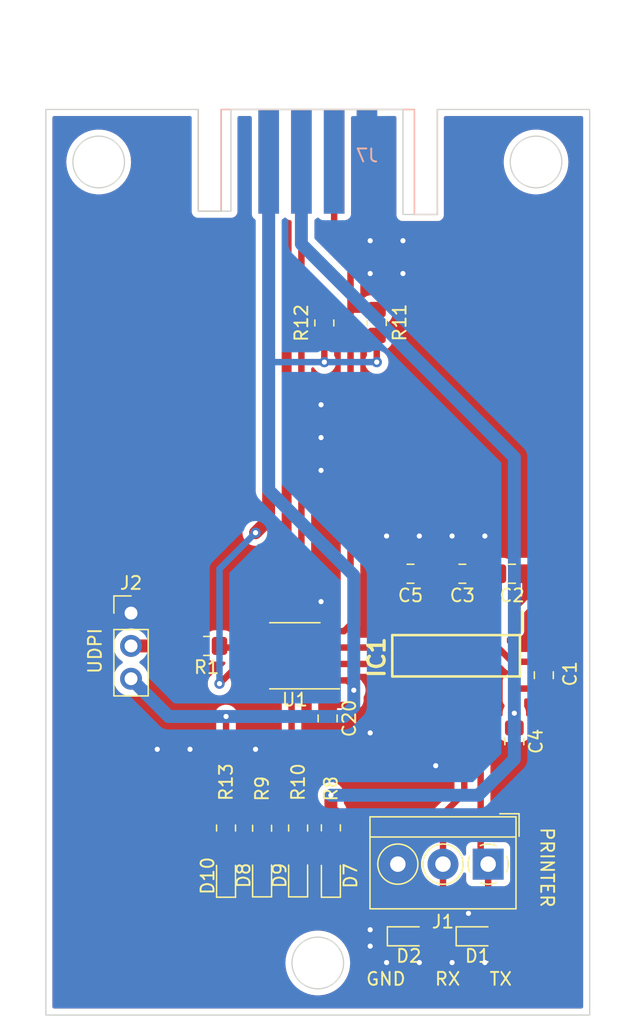
<source format=kicad_pcb>
(kicad_pcb (version 20211014) (generator pcbnew)
  (layers (0 "F.Cu" signal) (31 "B.Cu" signal) (34 "B.Paste" user) (35 "F.Paste" user) (36 "B.SilkS" user "B.Silkscreen") (37 "F.SilkS" user "F.Silkscreen") (38 "B.Mask" user) (39 "F.Mask" user) (44 "Edge.Cuts" user))
  (net 0 "")
  (net 1 "GND")
  (net 2 "+3V3")
  (net 3 "Net-(C1-Pad2)")
  (net 4 "Net-(C2-Pad1)")
  (net 5 "Net-(C2-Pad2)")
  (net 6 "Net-(C3-Pad1)")
  (net 7 "Net-(C3-Pad2)")
  (net 8 "Net-(D7-Pad2)")
  (net 9 "Net-(D8-Pad2)")
  (net 10 "Net-(D9-Pad2)")
  (net 11 "Net-(D10-Pad2)")
  (net 12 "Net-(C5-Pad1)")
  (net 13 "Net-(D1-Pad2)")
  (net 14 "Net-(D2-Pad2)")
  (net 15 "Net-(R9-Pad1)")
  (net 16 "Net-(R10-Pad1)")
  (net 18 "Net-(J2-Pad2)")
  (net 19 "Net-(J7-Pad8)")
  (net 20 "Net-(J7-Pad7)")
  (net 21 "Net-(J7-Pad6)")
  (net 22 "unconnected-(J7-Pad5)")
  (net 23 "Net-(R1-Pad1)")
  (net 27 "+5V")
  (footprint "Resistor_SMD:R_0805_2012Metric_Pad1.20x1.40mm_HandSolder" (layer "F.Cu") (at 23.622 55.626 -90)
    (fp_text reference "R10" (at -3.556 0 90) (layer "F.SilkS"))
    (fp_text value "2.2k")
    (fp_line (start -0.227064 0.735) (end 0.227064 0.735) (layer "F.SilkS") (width 0.12))
    (fp_line (start -0.227064 -0.735) (end 0.227064 -0.735) (layer "F.SilkS") (width 0.12))
    (pad "1" smd roundrect (at -1 0 270) (size 1.2 1.4) (layers "F.Cu" "F.Paste" "F.Mask") (roundrect_rratio 0.208333) (net 16 "Net-(R10-Pad1)"))
    (pad "2" smd roundrect (at 1 0 270) (size 1.2 1.4) (layers "F.Cu" "F.Paste" "F.Mask") (roundrect_rratio 0.208333) (net 10 "Net-(D9-Pad2)"))
  )
  (footprint "LED_SMD:LED_0603_1608Metric_Pad1.05x0.95mm_HandSolder" (layer "F.Cu") (at 23.622 59.295 90)
    (fp_text reference "D9" (at 0 -1.43 90) (layer "F.SilkS"))
    (fp_text value "TX")
    (fp_line (start -1.66 0.735) (end 0.8 0.735) (layer "F.SilkS") (width 0.12))
    (fp_line (start 0.8 -0.735) (end -1.66 -0.735) (layer "F.SilkS") (width 0.12))
    (fp_line (start -1.66 -0.735) (end -1.66 0.735) (layer "F.SilkS") (width 0.12))
    (pad "1" smd roundrect (at -0.875 0 90) (size 1.05 0.95) (layers "F.Cu" "F.Paste" "F.Mask") (net 1 "GND"))
    (pad "2" smd roundrect (at 0.875 0 90) (size 1.05 0.95) (layers "F.Cu" "F.Paste" "F.Mask") (net 10 "Net-(D9-Pad2)"))
  )
  (footprint "SP232ECN-L_TR:SOIC127P600X175-16N" (layer "F.Cu") (at 35.87 42.290988 -90)
    (fp_text reference "IC1" (at 0.127012 6.152 90) (layer "F.SilkS") (effects (font (size 1.27 1.27) (thickness 0.254))))
    (fp_text value "SP232ECN-L_TR" hide)
    (fp_line (start 1.6 -4.95) (end 1.6 4.95) (layer "F.SilkS") (width 0.2))
    (fp_line (start -3.45 -5.12) (end -1.95 -5.12) (layer "F.SilkS") (width 0.2))
    (fp_line (start 1.6 4.95) (end -1.6 4.95) (layer "F.SilkS") (width 0.2))
    (fp_line (start -1.6 4.95) (end -1.6 -4.95) (layer "F.SilkS") (width 0.2))
    (fp_line (start -1.6 -4.95) (end 1.6 -4.95) (layer "F.SilkS") (width 0.2))
    (pad "1" smd rect (at -2.7 -4.445) (size 0.65 1.5) (layers "F.Cu" "F.Paste" "F.Mask") (net 4 "Net-(C2-Pad1)"))
    (pad "2" smd rect (at -2.7 -3.175) (size 0.65 1.5) (layers "F.Cu" "F.Paste" "F.Mask") (net 3 "Net-(C1-Pad2)"))
    (pad "3" smd rect (at -2.7 -1.905) (size 0.65 1.5) (layers "F.Cu" "F.Paste" "F.Mask") (net 5 "Net-(C2-Pad2)"))
    (pad "4" smd rect (at -2.7 -0.635) (size 0.65 1.5) (layers "F.Cu" "F.Paste" "F.Mask") (net 6 "Net-(C3-Pad1)"))
    (pad "5" smd rect (at -2.7 0.635) (size 0.65 1.5) (layers "F.Cu" "F.Paste" "F.Mask") (net 7 "Net-(C3-Pad2)"))
    (pad "6" smd rect (at -2.7 1.905) (size 0.65 1.5) (layers "F.Cu" "F.Paste" "F.Mask") (net 12 "Net-(C5-Pad1)"))
    (pad "7" smd rect (at -2.7 3.175) (size 0.65 1.5) (layers "F.Cu" "F.Paste" "F.Mask"))
    (pad "8" smd rect (at -2.7 4.445) (size 0.65 1.5) (layers "F.Cu" "F.Paste" "F.Mask"))
    (pad "9" smd rect (at 2.7 4.445) (size 0.65 1.5) (layers "F.Cu" "F.Paste" "F.Mask"))
    (pad "10" smd rect (at 2.7 3.175) (size 0.65 1.5) (layers "F.Cu" "F.Paste" "F.Mask"))
    (pad "11" smd rect (at 2.7 1.905) (size 0.65 1.5) (layers "F.Cu" "F.Paste" "F.Mask") (net 16 "Net-(R10-Pad1)"))
    (pad "12" smd rect (at 2.7 0.635) (size 0.65 1.5) (layers "F.Cu" "F.Paste" "F.Mask") (net 15 "Net-(R9-Pad1)"))
    (pad "13" smd rect (at 2.7 -0.635) (size 0.65 1.5) (layers "F.Cu" "F.Paste" "F.Mask") (net 14 "Net-(D2-Pad2)"))
    (pad "14" smd rect (at 2.7 -1.905) (size 0.65 1.5) (layers "F.Cu" "F.Paste" "F.Mask") (net 13 "Net-(D1-Pad2)"))
    (pad "15" smd rect (at 2.7 -3.175) (size 0.65 1.5) (layers "F.Cu" "F.Paste" "F.Mask") (net 1 "GND"))
    (pad "16" smd rect (at 2.7 -4.445) (size 0.65 1.5) (layers "F.Cu" "F.Paste" "F.Mask") (net 27 "+5V"))
  )
  (footprint "Capacitor_SMD:C_0805_2012Metric_Pad1.18x1.45mm_HandSolder" (layer "F.Cu") (at 40.386 48.916488 -90)
    (fp_text reference "C4" (at 0 -1.68 90) (layer "F.SilkS"))
    (fp_text value "0.1u")
    (fp_line (start -0.261252 0.735) (end 0.261252 0.735) (layer "F.SilkS") (width 0.12))
    (fp_line (start -0.261252 -0.735) (end 0.261252 -0.735) (layer "F.SilkS") (width 0.12))
    (pad "1" smd roundrect (at -1.0375 0 270) (size 1.175 1.45) (layers "F.Cu" "F.Paste" "F.Mask") (roundrect_rratio 0.212766) (net 27 "+5V"))
    (pad "2" smd roundrect (at 1.0375 0 270) (size 1.175 1.45) (layers "F.Cu" "F.Paste" "F.Mask") (roundrect_rratio 0.212766) (net 1 "GND"))
  )
  (footprint "LED_SMD:LED_0603_1608Metric_Pad1.05x0.95mm_HandSolder" (layer "F.Cu") (at 26.162 59.323 90)
    (fp_text reference "D7" (at 0 1.524 90) (layer "F.SilkS"))
    (fp_text value "LED_Small")
    (fp_line (start -1.66 0.735) (end 0.8 0.735) (layer "F.SilkS") (width 0.12))
    (fp_line (start 0.8 -0.735) (end -1.66 -0.735) (layer "F.SilkS") (width 0.12))
    (fp_line (start -1.66 -0.735) (end -1.66 0.735) (layer "F.SilkS") (width 0.12))
    (pad "1" smd roundrect (at -0.875 0 90) (size 1.05 0.95) (layers "F.Cu" "F.Paste" "F.Mask") (net 1 "GND"))
    (pad "2" smd roundrect (at 0.875 0 90) (size 1.05 0.95) (layers "F.Cu" "F.Paste" "F.Mask") (net 8 "Net-(D7-Pad2)"))
  )
  (footprint "Connector_PinHeader_2.54mm:PinHeader_1x03_P2.54mm_Vertical" (layer "F.Cu") (at 10.668 38.989)
    (fp_text reference "J2" (at 0 -2.33) (layer "F.SilkS"))
    (fp_text value "UPDI")
    (fp_line (start -1.33 0) (end -1.33 -1.33) (layer "F.SilkS") (width 0.12))
    (fp_line (start -1.33 1.27) (end 1.33 1.27) (layer "F.SilkS") (width 0.12))
    (fp_line (start -1.33 6.41) (end 1.33 6.41) (layer "F.SilkS") (width 0.12))
    (fp_line (start 1.33 1.27) (end 1.33 6.41) (layer "F.SilkS") (width 0.12))
    (fp_line (start -1.33 1.27) (end -1.33 6.41) (layer "F.SilkS") (width 0.12))
    (fp_line (start -1.33 -1.33) (end 0 -1.33) (layer "F.SilkS") (width 0.12))
    (pad "1" thru_hole rect (at 0 0) (size 1.7 1.7) (drill 1) (layers *.Cu *.Mask) (net 1 "GND"))
    (pad "2" thru_hole oval (at 0 2.54) (size 1.7 1.7) (drill 1) (layers *.Cu *.Mask) (net 18 "Net-(J2-Pad2)"))
    (pad "3" thru_hole oval (at 0 5.08) (size 1.7 1.7) (drill 1) (layers *.Cu *.Mask) (net 2 "+3V3"))
  )
  (footprint "Resistor_SMD:R_0805_2012Metric_Pad1.20x1.40mm_HandSolder" (layer "F.Cu") (at 29.718 16.494 90)
    (fp_text reference "R11" (at 0 1.778 90) (layer "F.SilkS"))
    (fp_text value "2.2k")
    (fp_line (start -0.227064 0.735) (end 0.227064 0.735) (layer "F.SilkS") (width 0.12))
    (fp_line (start -0.227064 -0.735) (end 0.227064 -0.735) (layer "F.SilkS") (width 0.12))
    (pad "1" smd roundrect (at -1 0 90) (size 1.2 1.4) (layers "F.Cu" "F.Paste" "F.Mask") (roundrect_rratio 0.208333) (net 2 "+3V3"))
    (pad "2" smd roundrect (at 1 0 90) (size 1.2 1.4) (layers "F.Cu" "F.Paste" "F.Mask") (roundrect_rratio 0.208333) (net 21 "Net-(J7-Pad6)"))
  )
  (footprint "Package_SO:SOIC-8_3.9x4.9mm_P1.27mm" (layer "F.Cu") (at 23.368 42.291 180)
    (fp_text reference "U1" (at 0 -3.4) (layer "F.SilkS"))
    (fp_text value "ATtiny402-SS")
    (fp_line (start 0 -2.56) (end -3.45 -2.56) (layer "F.SilkS") (width 0.12))
    (fp_line (start 0 -2.56) (end 1.95 -2.56) (layer "F.SilkS") (width 0.12))
    (fp_line (start 0 2.56) (end -1.95 2.56) (layer "F.SilkS") (width 0.12))
    (fp_line (start 0 2.56) (end 1.95 2.56) (layer "F.SilkS") (width 0.12))
    (pad "1" smd roundrect (at -2.475 -1.905 180) (size 1.95 0.6) (layers "F.Cu" "F.Paste" "F.Mask") (net 2 "+3V3"))
    (pad "2" smd roundrect (at -2.475 -0.635 180) (size 1.95 0.6) (layers "F.Cu" "F.Paste" "F.Mask") (net 16 "Net-(R10-Pad1)"))
    (pad "3" smd roundrect (at -2.475 0.635 180) (size 1.95 0.6) (layers "F.Cu" "F.Paste" "F.Mask") (net 15 "Net-(R9-Pad1)"))
    (pad "4" smd roundrect (at -2.475 1.905 180) (size 1.95 0.6) (layers "F.Cu" "F.Paste" "F.Mask") (net 21 "Net-(J7-Pad6)"))
    (pad "5" smd roundrect (at 2.475 1.905 180) (size 1.95 0.6) (layers "F.Cu" "F.Paste" "F.Mask") (net 20 "Net-(J7-Pad7)"))
    (pad "6" smd roundrect (at 2.475 0.635 180) (size 1.95 0.6) (layers "F.Cu" "F.Paste" "F.Mask") (net 23 "Net-(R1-Pad1)"))
    (pad "7" smd roundrect (at 2.475 -0.635 180) (size 1.95 0.6) (layers "F.Cu" "F.Paste" "F.Mask") (net 19 "Net-(J7-Pad8)"))
    (pad "8" smd roundrect (at 2.475 -1.905 180) (size 1.95 0.6) (layers "F.Cu" "F.Paste" "F.Mask") (net 1 "GND"))
  )
  (footprint "Resistor_SMD:R_0805_2012Metric_Pad1.20x1.40mm_HandSolder" (layer "F.Cu") (at 16.526 41.529 180)
    (fp_text reference "R1" (at 0 -1.65) (layer "F.SilkS"))
    (fp_text value "470")
    (fp_line (start -0.227064 -0.735) (end 0.227064 -0.735) (layer "F.SilkS") (width 0.12))
    (fp_line (start -0.227064 0.735) (end 0.227064 0.735) (layer "F.SilkS") (width 0.12))
    (pad "1" smd roundrect (at -1 0 180) (size 1.2 1.4) (layers "F.Cu" "F.Paste" "F.Mask") (roundrect_rratio 0.208333) (net 23 "Net-(R1-Pad1)"))
    (pad "2" smd roundrect (at 1 0 180) (size 1.2 1.4) (layers "F.Cu" "F.Paste" "F.Mask") (roundrect_rratio 0.208333) (net 18 "Net-(J2-Pad2)"))
  )
  (footprint "Diode_SMD:D_0603_1608Metric_Pad1.05x0.95mm_HandSolder" (layer "F.Cu") (at 32.201 64.007988)
    (fp_text reference "D2" (at 0 1.524012) (layer "F.SilkS"))
    (fp_text value "ESD9B5.0ST5G")
    (fp_line (start -1.66 -0.735) (end -1.66 0.735) (layer "F.SilkS") (width 0.12))
    (fp_line (start -1.66 0.735) (end 0.8 0.735) (layer "F.SilkS") (width 0.12))
    (fp_line (start 0.8 -0.735) (end -1.66 -0.735) (layer "F.SilkS") (width 0.12))
    (pad "1" smd roundrect (at -0.875 0) (size 1.05 0.95) (layers "F.Cu" "F.Paste" "F.Mask") (net 1 "GND"))
    (pad "2" smd roundrect (at 0.875 0) (size 1.05 0.95) (layers "F.Cu" "F.Paste" "F.Mask") (net 14 "Net-(D2-Pad2)"))
  )
  (footprint "Resistor_SMD:R_0805_2012Metric_Pad1.20x1.40mm_HandSolder" (layer "F.Cu") (at 18.034 55.626 -90)
    (fp_text reference "R13" (at -3.556 0 90) (layer "F.SilkS"))
    (fp_text value "2.2k")
    (fp_line (start -0.227064 0.735) (end 0.227064 0.735) (layer "F.SilkS") (width 0.12))
    (fp_line (start -0.227064 -0.735) (end 0.227064 -0.735) (layer "F.SilkS") (width 0.12))
    (pad "1" smd roundrect (at -1 0 270) (size 1.2 1.4) (layers "F.Cu" "F.Paste" "F.Mask") (roundrect_rratio 0.208333) (net 2 "+3V3"))
    (pad "2" smd roundrect (at 1 0 270) (size 1.2 1.4) (layers "F.Cu" "F.Paste" "F.Mask") (roundrect_rratio 0.208333) (net 11 "Net-(D10-Pad2)"))
  )
  (footprint "Resistor_SMD:R_0805_2012Metric_Pad1.20x1.40mm_HandSolder" (layer "F.Cu") (at 26.162 55.61 -90)
    (fp_text reference "R8" (at -3.032 0 90) (layer "F.SilkS"))
    (fp_text value "2.2k")
    (fp_line (start -0.227064 0.735) (end 0.227064 0.735) (layer "F.SilkS") (width 0.12))
    (fp_line (start -0.227064 -0.735) (end 0.227064 -0.735) (layer "F.SilkS") (width 0.12))
    (pad "1" smd roundrect (at -1 0 270) (size 1.2 1.4) (layers "F.Cu" "F.Paste" "F.Mask") (roundrect_rratio 0.208333) (net 27 "+5V"))
    (pad "2" smd roundrect (at 1 0 270) (size 1.2 1.4) (layers "F.Cu" "F.Paste" "F.Mask") (roundrect_rratio 0.208333) (net 8 "Net-(D7-Pad2)"))
  )
  (footprint "Capacitor_SMD:C_0805_2012Metric_Pad1.18x1.45mm_HandSolder" (layer "F.Cu") (at 36.3565 35.940988 180)
    (fp_text reference "C3" (at 0 -1.68) (layer "F.SilkS"))
    (fp_text value "1u")
    (fp_line (start -0.261252 -0.735) (end 0.261252 -0.735) (layer "F.SilkS") (width 0.12))
    (fp_line (start -0.261252 0.735) (end 0.261252 0.735) (layer "F.SilkS") (width 0.12))
    (pad "1" smd roundrect (at -1.0375 0 180) (size 1.175 1.45) (layers "F.Cu" "F.Paste" "F.Mask") (roundrect_rratio 0.212766) (net 6 "Net-(C3-Pad1)"))
    (pad "2" smd roundrect (at 1.0375 0 180) (size 1.175 1.45) (layers "F.Cu" "F.Paste" "F.Mask") (roundrect_rratio 0.212766) (net 7 "Net-(C3-Pad2)"))
  )
  (footprint "Capacitor_SMD:C_0805_2012Metric_Pad1.18x1.45mm_HandSolder" (layer "F.Cu") (at 42.672 43.7935 90)
    (fp_text reference "C1" (at 0.1055 2.032 90) (layer "F.SilkS"))
    (fp_text value "1u")
    (fp_line (start -0.261252 -0.735) (end 0.261252 -0.735) (layer "F.SilkS") (width 0.12))
    (fp_line (start -0.261252 0.735) (end 0.261252 0.735) (layer "F.SilkS") (width 0.12))
    (pad "1" smd roundrect (at -1.0375 0 90) (size 1.175 1.45) (layers "F.Cu" "F.Paste" "F.Mask") (roundrect_rratio 0.212766) (net 27 "+5V"))
    (pad "2" smd roundrect (at 1.0375 0 90) (size 1.175 1.45) (layers "F.Cu" "F.Paste" "F.Mask") (roundrect_rratio 0.212766) (net 3 "Net-(C1-Pad2)"))
  )
  (footprint "Resistor_SMD:R_0805_2012Metric_Pad1.20x1.40mm_HandSolder" (layer "F.Cu") (at 20.828 55.642 -90)
    (fp_text reference "R9" (at -3.064 0 90) (layer "F.SilkS"))
    (fp_text value "2.2k")
    (fp_line (start -0.227064 0.735) (end 0.227064 0.735) (layer "F.SilkS") (width 0.12))
    (fp_line (start -0.227064 -0.735) (end 0.227064 -0.735) (layer "F.SilkS") (width 0.12))
    (pad "1" smd roundrect (at -1 0 270) (size 1.2 1.4) (layers "F.Cu" "F.Paste" "F.Mask") (roundrect_rratio 0.208333) (net 15 "Net-(R9-Pad1)"))
    (pad "2" smd roundrect (at 1 0 270) (size 1.2 1.4) (layers "F.Cu" "F.Paste" "F.Mask") (roundrect_rratio 0.208333) (net 9 "Net-(D8-Pad2)"))
  )
  (footprint "Capacitor_SMD:C_0805_2012Metric_Pad1.18x1.45mm_HandSolder" (layer "F.Cu") (at 25.908 47.1385 -90)
    (fp_text reference "C20" (at 0 -1.68 90) (layer "F.SilkS"))
    (fp_text value "0.1u")
    (fp_line (start -0.261252 0.735) (end 0.261252 0.735) (layer "F.SilkS") (width 0.12))
    (fp_line (start -0.261252 -0.735) (end 0.261252 -0.735) (layer "F.SilkS") (width 0.12))
    (pad "1" smd roundrect (at -1.0375 0 270) (size 1.175 1.45) (layers "F.Cu" "F.Paste" "F.Mask") (roundrect_rratio 0.212766) (net 2 "+3V3"))
    (pad "2" smd roundrect (at 1.0375 0 270) (size 1.175 1.45) (layers "F.Cu" "F.Paste" "F.Mask") (roundrect_rratio 0.212766) (net 1 "GND"))
  )
  (footprint "TerminalBlock_4Ucon:TerminalBlock_4Ucon_1x03_P3.50mm_Horizontal" (layer "F.Cu") (at 38.354 58.419988 180)
    (fp_text reference "J1" (at 3.5 -4.46) (layer "F.SilkS"))
    (fp_text value "RS232")
    (fp_line (start -2.4 2.16) (end -2.4 3.9) (layer "F.SilkS") (width 0.12))
    (fp_line (start -2.16 3.66) (end 9.16 3.66) (layer "F.SilkS") (width 0.12))
    (fp_line (start -2.16 2.1) (end 9.16 2.1) (layer "F.SilkS") (width 0.12))
    (fp_line (start -2.16 -3.46) (end 9.16 -3.46) (layer "F.SilkS") (width 0.12))
    (fp_line (start -2.4 3.9) (end -0.9 3.9) (layer "F.SilkS") (width 0.12))
    (fp_line (start 9.16 -3.46) (end 9.16 3.66) (layer "F.SilkS") (width 0.12))
    (fp_line (start -2.16 -3.46) (end -2.16 3.66) (layer "F.SilkS") (width 0.12))
    (fp_arc (start 0.027011 1.555493) (mid -0.296984 1.527118) (end -0.608 1.432) (layer "F.SilkS") (width 0.12))
    (fp_arc (start 0.607587 1.431385) (mid 0.310017 1.523783) (end 0 1.555) (layer "F.SilkS") (width 0.12))
    (fp_arc (start -1.432109 0.607742) (mid -1.555727 -0.00014) (end -1.432 -0.608) (layer "F.SilkS") (width 0.12))
    (fp_arc (start -0.607742 -1.432109) (mid 0.00014 -1.555727) (end 0.608 -1.432) (layer "F.SilkS") (width 0.12))
    (fp_arc (start 1.432109 -0.607742) (mid 1.555727 0.00014) (end 1.432 0.608) (layer "F.SilkS") (width 0.12))
    (fp_circle (center 3.5 0) (end 5.055 0) (layer "F.SilkS") (width 0.12) (fill none))
    (fp_circle (center 7 0) (end 8.555 0) (layer "F.SilkS") (width 0.12) (fill none))
    (pad "1" thru_hole rect (at 0 0 180) (size 2.4 2.4) (drill 1.2) (layers *.Cu *.Mask) (net 13 "Net-(D1-Pad2)"))
    (pad "2" thru_hole circle (at 3.5 0 180) (size 2.4 2.4) (drill 1.2) (layers *.Cu *.Mask) (net 14 "Net-(D2-Pad2)"))
    (pad "3" thru_hole circle (at 7 0 180) (size 2.4 2.4) (drill 1.2) (layers *.Cu *.Mask) (net 1 "GND"))
  )
  (footprint "Capacitor_SMD:C_0805_2012Metric_Pad1.18x1.45mm_HandSolder" (layer "F.Cu") (at 32.3355 35.940988 180)
    (fp_text reference "C5" (at 0 -1.68) (layer "F.SilkS"))
    (fp_text value "1u")
    (fp_line (start -0.261252 0.735) (end 0.261252 0.735) (layer "F.SilkS") (width 0.12))
    (fp_line (start -0.261252 -0.735) (end 0.261252 -0.735) (layer "F.SilkS") (width 0.12))
    (pad "1" smd roundrect (at -1.0375 0 180) (size 1.175 1.45) (layers "F.Cu" "F.Paste" "F.Mask") (roundrect_rratio 0.212766) (net 12 "Net-(C5-Pad1)"))
    (pad "2" smd roundrect (at 1.0375 0 180) (size 1.175 1.45) (layers "F.Cu" "F.Paste" "F.Mask") (roundrect_rratio 0.212766) (net 1 "GND"))
  )
  (footprint "LED_SMD:LED_0603_1608Metric_Pad1.05x0.95mm_HandSolder" (layer "F.Cu") (at 18.034 59.323 90)
    (fp_text reference "D10" (at 0 -1.43 90) (layer "F.SilkS"))
    (fp_text value "LED_Small")
    (fp_line (start 0.8 -0.735) (end -1.66 -0.735) (layer "F.SilkS") (width 0.12))
    (fp_line (start -1.66 -0.735) (end -1.66 0.735) (layer "F.SilkS") (width 0.12))
    (fp_line (start -1.66 0.735) (end 0.8 0.735) (layer "F.SilkS") (width 0.12))
    (pad "1" smd roundrect (at -0.875 0 90) (size 1.05 0.95) (layers "F.Cu" "F.Paste" "F.Mask") (net 1 "GND"))
    (pad "2" smd roundrect (at 0.875 0 90) (size 1.05 0.95) (layers "F.Cu" "F.Paste" "F.Mask") (net 11 "Net-(D10-Pad2)"))
  )
  (footprint "Diode_SMD:D_0603_1608Metric_Pad1.05x0.95mm_HandSolder" (layer "F.Cu") (at 37.535 64.007988)
    (fp_text reference "D1" (at 0 1.524012) (layer "F.SilkS"))
    (fp_text value "ESD9B5.0ST5G")
    (fp_line (start -1.66 0.735) (end 0.8 0.735) (layer "F.SilkS") (width 0.12))
    (fp_line (start -1.66 -0.735) (end -1.66 0.735) (layer "F.SilkS") (width 0.12))
    (fp_line (start 0.8 -0.735) (end -1.66 -0.735) (layer "F.SilkS") (width 0.12))
    (pad "1" smd roundrect (at -0.875 0) (size 1.05 0.95) (layers "F.Cu" "F.Paste" "F.Mask") (net 1 "GND"))
    (pad "2" smd roundrect (at 0.875 0) (size 1.05 0.95) (layers "F.Cu" "F.Paste" "F.Mask") (net 13 "Net-(D1-Pad2)"))
  )
  (footprint "Resistor_SMD:R_0805_2012Metric_Pad1.20x1.40mm_HandSolder" (layer "F.Cu") (at 25.654 16.526 -90)
    (fp_text reference "R12" (at 0 1.778 90) (layer "F.SilkS"))
    (fp_text value "2.2k")
    (fp_line (start -0.227064 0.735) (end 0.227064 0.735) (layer "F.SilkS") (width 0.12))
    (fp_line (start -0.227064 -0.735) (end 0.227064 -0.735) (layer "F.SilkS") (width 0.12))
    (pad "1" smd roundrect (at -1 0 270) (size 1.2 1.4) (layers "F.Cu" "F.Paste" "F.Mask") (roundrect_rratio 0.208333) (net 20 "Net-(J7-Pad7)"))
    (pad "2" smd roundrect (at 1 0 270) (size 1.2 1.4) (layers "F.Cu" "F.Paste" "F.Mask") (roundrect_rratio 0.208333) (net 2 "+3V3"))
  )
  (footprint "Capacitor_SMD:C_0805_2012Metric_Pad1.18x1.45mm_HandSolder" (layer "F.Cu") (at 40.2095 35.940988 180)
    (fp_text reference "C2" (at 0 -1.68) (layer "F.SilkS"))
    (fp_text value "1u")
    (fp_line (start -0.261252 0.735) (end 0.261252 0.735) (layer "F.SilkS") (width 0.12))
    (fp_line (start -0.261252 -0.735) (end 0.261252 -0.735) (layer "F.SilkS") (width 0.12))
    (pad "1" smd roundrect (at -1.0375 0 180) (size 1.175 1.45) (layers "F.Cu" "F.Paste" "F.Mask") (roundrect_rratio 0.212766) (net 4 "Net-(C2-Pad1)"))
    (pad "2" smd roundrect (at 1.0375 0 180) (size 1.175 1.45) (layers "F.Cu" "F.Paste" "F.Mask") (roundrect_rratio 0.212766) (net 5 "Net-(C2-Pad2)"))
  )
  (footprint "LED_SMD:LED_0603_1608Metric_Pad1.05x0.95mm_HandSolder" (layer "F.Cu") (at 20.828 59.295 90)
    (fp_text reference "D8" (at 0 -1.43 90) (layer "F.SilkS"))
    (fp_text value "RX")
    (fp_line (start -1.66 0.735) (end 0.8 0.735) (layer "F.SilkS") (width 0.12))
    (fp_line (start 0.8 -0.735) (end -1.66 -0.735) (layer "F.SilkS") (width 0.12))
    (fp_line (start -1.66 -0.735) (end -1.66 0.735) (layer "F.SilkS") (width 0.12))
    (pad "1" smd roundrect (at -0.875 0 90) (size 1.05 0.95) (layers "F.Cu" "F.Paste" "F.Mask") (net 1 "GND"))
    (pad "2" smd roundrect (at 0.875 0 90) (size 1.05 0.95) (layers "F.Cu" "F.Paste" "F.Mask") (net 9 "Net-(D8-Pad2)"))
  )
  (footprint "my_modules:connector_pcb" (layer "B.Cu") (at 25.146 4.064 180)
    (fp_text reference "J7" (at -3.81 0.5 unlocked) (layer "B.SilkS") (effects (justify mirror)))
    (fp_text value "I2C_interface")
    (fp_line (start 9.271 -3.81) (end 9.271 4.064) (layer "B.SilkS") (width 0.12))
    (fp_line (start 0 4.064) (end -7.493 4.064) (layer "B.SilkS") (width 0.12))
    (fp_line (start 7.493 4.064) (end 7.493 -3.81) (layer "B.SilkS") (width 0.12))
    (fp_line (start -7.493 4.064) (end -7.493 -4.064) (layer "B.SilkS") (width 0.12))
    (fp_line (start 7.493 -3.81) (end 9.271 -3.81) (layer "B.SilkS") (width 0.12))
    (fp_line (start -9.271 -4.064) (end -9.271 4.064) (layer "B.SilkS") (width 0.12))
    (fp_line (start -7.493 -4.064) (end -9.271 -4.064) (layer "B.SilkS") (width 0.12))
    (fp_line (start 0 4.064) (end 7.493 4.064) (layer "B.SilkS") (width 0.12))
    (pad "1" smd rect (at -3.81 0 180) (size 1.6 8) (layers "B.Cu" "B.Paste" "B.Mask") (net 1 "GND"))
    (pad "2" smd rect (at -1.27 0 180) (size 1.6 8) (layers "B.Cu" "B.Paste" "B.Mask"))
    (pad "3" smd rect (at 1.27 0 180) (size 1.6 8) (layers "B.Cu" "B.Paste" "B.Mask") (net 27 "+5V"))
    (pad "4" smd rect (at 3.81 0 180) (size 1.6 8) (layers "B.Cu" "B.Paste" "B.Mask") (net 2 "+3V3"))
    (pad "5" smd rect (at -3.81 0) (size 1.6 8) (layers "F.Cu" "F.Paste" "F.Mask") (net 22 "unconnected-(J7-Pad5)"))
    (pad "6" smd rect (at -1.27 0) (size 1.6 8) (layers "F.Cu" "F.Paste" "F.Mask") (net 21 "Net-(J7-Pad6)"))
    (pad "7" smd rect (at 1.27 0) (size 1.6 8) (layers "F.Cu" "F.Paste" "F.Mask") (net 20 "Net-(J7-Pad7)"))
    (pad "8" smd rect (at 3.81 0) (size 1.6 8) (layers "F.Cu" "F.Paste" "F.Mask") (net 19 "Net-(J7-Pad8)"))
  )
  (gr_circle (center 42.069 4.064) (end 44.069 4.064) (layer "Edge.Cuts") (width 0.1) (fill none))
  (gr_circle (center 25.146 66.072) (end 27.146 66.072) (layer "Edge.Cuts") (width 0.1) (fill none))
  (gr_line (start 4.064 70.104) (end 4.064 0) (layer "Edge.Cuts") (width 0.1))
  (gr_line (start 46.228 70.104) (end 4.064 70.104) (layer "Edge.Cuts") (width 0.1))
  (gr_line (start 18.415 7.874) (end 15.875 7.874) (layer "Edge.Cuts") (width 0.1))
  (gr_line (start 15.875 0) (end 4.064 0) (layer "Edge.Cuts") (width 0.1))
  (gr_line (start 15.875 7.874) (end 15.875 0) (layer "Edge.Cuts") (width 0.1))
  (gr_line (start 18.415 0) (end 18.415 7.874) (layer "Edge.Cuts") (width 0.1))
  (gr_line (start 34.417 8.128) (end 31.75 8.128) (layer "Edge.Cuts") (width 0.1))
  (gr_line (start 34.417 0) (end 34.417 8.128) (layer "Edge.Cuts") (width 0.1))
  (gr_circle (center 8.16 4.064) (end 10.16 4.064) (layer "Edge.Cuts") (width 0.1) (fill none))
  (gr_line (start 46.228 0) (end 46.228 70.104) (layer "Edge.Cuts") (width 0.1))
  (gr_line (start 46.228 0) (end 34.417 0) (layer "Edge.Cuts") (width 0.1))
  (gr_line (start 31.75 8.128) (end 31.75 0) (layer "Edge.Cuts") (width 0.1))
  (gr_line (start 31.75 0) (end 18.415 0) (layer "Edge.Cuts") (width 0.1))
  (gr_text "UDPI" (at 7.874 41.91 90) (layer "F.SilkS") (effects (font (size 1 1))))
  (gr_text "GND   RX   TX" (at 34.544 67.31) (layer "F.SilkS") (effects (font (size 1 1))))
  (gr_text "PRINTER" (at 42.926 58.674 270) (layer "F.SilkS") (effects (font (size 1 1))))
  (via (at 36.83 62.23) (size 0.8) (drill 0.4) (layers "F.Cu" "B.Cu") (net 1))
  (via (at 20.32 49.53) (size 0.8) (drill 0.4) (layers "F.Cu" "B.Cu") (net 1))
  (via (at 25.4 25.4) (size 0.8) (drill 0.4) (layers "F.Cu" "B.Cu") (net 1))
  (via (at 29.21 63.5) (size 0.8) (drill 0.4) (layers "F.Cu" "B.Cu") (net 1))
  (via (at 29.21 12.7) (size 0.8) (drill 0.4) (layers "F.Cu" "B.Cu") (net 1))
  (via (at 34.29 50.8) (size 0.8) (drill 0.4) (layers "F.Cu" "B.Cu") (net 1))
  (via (at 33.02 33.02) (size 0.8) (drill 0.4) (layers "F.Cu" "B.Cu") (net 1))
  (via (at 29.21 10.16) (size 0.8) (drill 0.4) (layers "F.Cu" "B.Cu") (net 1))
  (via (at 12.7 49.53) (size 0.8) (drill 0.4) (layers "F.Cu" "B.Cu") (net 1))
  (via (at 15.24 49.53) (size 0.8) (drill 0.4) (layers "F.Cu" "B.Cu") (net 1))
  (via (at 35.56 66.04) (size 0.8) (drill 0.4) (layers "F.Cu" "B.Cu") (net 1))
  (via (at 25.4 38.1) (size 0.8) (drill 0.4) (layers "F.Cu" "B.Cu") (net 1))
  (via (at 30.48 66.04) (size 0.8) (drill 0.4) (layers "F.Cu" "B.Cu") (net 1))
  (via (at 38.1 66.04) (size 0.8) (drill 0.4) (layers "F.Cu" "B.Cu") (net 1))
  (via (at 31.75 10.16) (size 0.8) (drill 0.4) (layers "F.Cu" "B.Cu") (net 1))
  (via (at 29.21 48.26) (size 0.8) (drill 0.4) (layers "F.Cu" "B.Cu") (net 1))
  (via (at 29.21 64.77) (size 0.8) (drill 0.4) (layers "F.Cu" "B.Cu") (net 1))
  (via (at 25.4 27.94) (size 0.8) (drill 0.4) (layers "F.Cu" "B.Cu") (net 1))
  (via (at 33.02 66.04) (size 0.8) (drill 0.4) (layers "F.Cu" "B.Cu") (net 1))
  (via (at 30.48 33.02) (size 0.8) (drill 0.4) (layers "F.Cu" "B.Cu") (net 1))
  (via (at 25.4 22.86) (size 0.8) (drill 0.4) (layers "F.Cu" "B.Cu") (net 1))
  (via (at 35.56 33.02) (size 0.8) (drill 0.4) (layers "F.Cu" "B.Cu") (net 1))
  (via (at 31.75 12.7) (size 0.8) (drill 0.4) (layers "F.Cu" "B.Cu") (net 1))
  (via (at 38.1 33.02) (size 0.8) (drill 0.4) (layers "F.Cu" "B.Cu") (net 1))
  (segment (start 29.718 17.494) (end 29.718 19.558) (width 0.5) (layer "F.Cu") (net 2))
  (segment (start 27.94 44.958) (end 27.94 45.72) (width 0.5) (layer "F.Cu") (net 2))
  (segment (start 18.034 54.626) (end 18.034 46.99) (width 0.5) (layer "F.Cu") (net 2))
  (segment (start 25.843 44.196) (end 27.432 44.196) (width 0.5) (layer "F.Cu") (net 2))
  (segment (start 27.559 46.101) (end 25.908 46.101) (width 0.5) (layer "F.Cu") (net 2))
  (segment (start 27.94 45.72) (end 27.559 46.101) (width 0.5) (layer "F.Cu") (net 2))
  (segment (start 25.654 19.558) (end 25.654 17.526) (width 0.5) (layer "F.Cu") (net 2))
  (segment (start 27.94 44.704) (end 27.94 44.958) (width 0.5) (layer "F.Cu") (net 2))
  (segment (start 27.432 44.196) (end 27.94 44.704) (width 0.5) (layer "F.Cu") (net 2))
  (via (at 25.654 19.558) (size 0.8) (drill 0.4) (layers "F.Cu" "B.Cu") (net 2))
  (via (at 27.94 44.958) (size 0.8) (drill 0.4) (layers "F.Cu" "B.Cu") (net 2))
  (via (at 18.034 46.99) (size 0.8) (drill 0.4) (layers "F.Cu" "B.Cu") (net 2))
  (via (at 29.718 19.558) (size 0.8) (drill 0.4) (layers "F.Cu" "B.Cu") (net 2))
  (segment (start 29.718 19.558) (end 25.654 19.558) (width 0.5) (layer "B.Cu") (net 2))
  (segment (start 18.034 46.99) (end 27.178 46.99) (width 1) (layer "B.Cu") (net 2))
  (segment (start 21.336 4.064) (end 21.336 19.558) (width 1) (layer "B.Cu") (net 2))
  (segment (start 27.94 36.068) (end 27.94 44.958) (width 1) (layer "B.Cu") (net 2))
  (segment (start 27.94 46.228) (end 27.94 44.958) (width 1) (layer "B.Cu") (net 2))
  (segment (start 10.668 44.069) (end 13.589 46.99) (width 1) (layer "B.Cu") (net 2))
  (segment (start 27.178 46.99) (end 27.94 46.228) (width 1) (layer "B.Cu") (net 2))
  (segment (start 25.654 19.558) (end 21.336 19.558) (width 0.5) (layer "B.Cu") (net 2))
  (segment (start 13.589 46.99) (end 18.034 46.99) (width 1) (layer "B.Cu") (net 2))
  (segment (start 21.336 19.558) (end 21.336 29.464) (width 1) (layer "B.Cu") (net 2))
  (segment (start 21.336 29.464) (end 27.94 36.068) (width 1) (layer "B.Cu") (net 2))
  (segment (start 40.216 42.756) (end 42.672 42.756) (width 0.5) (layer "F.Cu") (net 3))
  (segment (start 39.045 39.590988) (end 39.045 41.585) (width 0.5) (layer "F.Cu") (net 3))
  (segment (start 39.045 41.585) (end 40.216 42.756) (width 0.5) (layer "F.Cu") (net 3))
  (segment (start 41.247 37.747) (end 41.247 35.940988) (width 0.5) (layer "F.Cu") (net 4))
  (segment (start 40.315 38.679) (end 41.247 37.747) (width 0.5) (layer "F.Cu") (net 4))
  (segment (start 40.315 39.590988) (end 40.315 38.679) (width 0.5) (layer "F.Cu") (net 4))
  (segment (start 37.775 39.590988) (end 37.775 38.933) (width 0.5) (layer "F.Cu") (net 5))
  (segment (start 37.775 38.933) (end 39.172 37.536) (width 0.5) (layer "F.Cu") (net 5))
  (segment (start 39.172 37.536) (end 39.172 35.940988) (width 0.5) (layer "F.Cu") (net 5))
  (segment (start 37.394 37.79) (end 37.394 35.940988) (width 0.5) (layer "F.Cu") (net 6))
  (segment (start 36.505 39.590988) (end 36.505 38.679) (width 0.5) (layer "F.Cu") (net 6))
  (segment (start 36.505 38.679) (end 37.394 37.79) (width 0.5) (layer "F.Cu") (net 6))
  (segment (start 35.235 39.590988) (end 35.235 36.024988) (width 0.5) (layer "F.Cu") (net 7))
  (segment (start 35.235 36.024988) (end 35.319 35.940988) (width 0.5) (layer "F.Cu") (net 7))
  (segment (start 26.162 58.448) (end 26.162 56.61) (width 0.5) (layer "F.Cu") (net 8))
  (segment (start 20.828 58.42) (end 20.828 56.642) (width 0.5) (layer "F.Cu") (net 9))
  (segment (start 23.622 58.42) (end 23.622 56.626) (width 0.5) (layer "F.Cu") (net 10))
  (segment (start 18.034 58.561) (end 18.034 56.626) (width 0.5) (layer "F.Cu") (net 11))
  (segment (start 33.965 37.775) (end 33.965 39.590988) (width 0.5) (layer "F.Cu") (net 12))
  (segment (start 33.373 35.940988) (end 33.373 37.183) (width 0.5) (layer "F.Cu") (net 12))
  (segment (start 33.373 37.183) (end 33.965 37.775) (width 0.5) (layer "F.Cu") (net 12))
  (segment (start 37.775 57.840988) (end 38.354 58.419988) (width 0.5) (layer "F.Cu") (net 13))
  (segment (start 38.354 58.419988) (end 38.354 63.951988) (width 0.5) (layer "F.Cu") (net 13))
  (segment (start 37.775 44.990988) (end 37.775 57.840988) (width 0.5) (layer "F.Cu") (net 13))
  (segment (start 38.354 63.951988) (end 38.41 64.007988) (width 0.5) (layer "F.Cu") (net 13))
  (segment (start 36.505 44.990988) (end 36.505 52.903) (width 0.5) (layer "F.Cu") (net 14))
  (segment (start 34.854 54.554) (end 34.854 58.419988) (width 0.5) (layer "F.Cu") (net 14))
  (segment (start 33.076 62.428) (end 33.076 64.007988) (width 0.5) (layer "F.Cu") (net 14))
  (segment (start 34.854 60.65) (end 33.076 62.428) (width 0.5) (layer "F.Cu") (net 14))
  (segment (start 36.505 52.903) (end 34.854 54.554) (width 0.5) (layer "F.Cu") (net 14))
  (segment (start 34.854 58.419988) (end 34.854 60.65) (width 0.5) (layer "F.Cu") (net 14))
  (segment (start 25.843 41.656) (end 24.13 41.656) (width 0.5) (layer "F.Cu") (net 15))
  (segment (start 24.13 41.656) (end 23.114 42.672) (width 0.5) (layer "F.Cu") (net 15))
  (segment (start 20.828 52.07) (end 20.828 54.642) (width 0.5) (layer "F.Cu") (net 15))
  (segment (start 35.235 43.109) (end 35.235 44.990988) (width 0.5) (layer "F.Cu") (net 15))
  (segment (start 23.114 42.672) (end 23.114 49.784) (width 0.5) (layer "F.Cu") (net 15))
  (segment (start 33.782 41.656) (end 35.235 43.109) (width 0.5) (layer "F.Cu") (net 15))
  (segment (start 23.114 49.784) (end 20.828 52.07) (width 0.5) (layer "F.Cu") (net 15))
  (segment (start 25.843 41.656) (end 33.782 41.656) (width 0.5) (layer "F.Cu") (net 15))
  (segment (start 33.965 43.617) (end 33.965 44.990988) (width 0.5) (layer "F.Cu") (net 16))
  (segment (start 31.242 51.054) (end 33.965 48.331) (width 0.5) (layer "F.Cu") (net 16))
  (segment (start 33.965 48.331) (end 33.965 44.990988) (width 0.5) (layer "F.Cu") (net 16))
  (segment (start 23.622 53.594) (end 26.162 51.054) (width 0.5) (layer "F.Cu") (net 16))
  (segment (start 23.622 54.626) (end 23.622 53.594) (width 0.5) (layer "F.Cu") (net 16))
  (segment (start 33.274 42.926) (end 33.965 43.617) (width 0.5) (layer "F.Cu") (net 16))
  (segment (start 25.843 42.926) (end 33.274 42.926) (width 0.5) (layer "F.Cu") (net 16))
  (segment (start 26.162 51.054) (end 31.242 51.054) (width 0.5) (layer "F.Cu") (net 16))
  (segment (start 15.526 41.529) (end 10.668 41.529) (width 1) (layer "F.Cu") (net 18))
  (segment (start 21.336 31.75) (end 20.32 32.766) (width 1) (layer "F.Cu") (net 19))
  (segment (start 21.336 4.064) (end 21.336 31.75) (width 1) (layer "F.Cu") (net 19))
  (segment (start 19.05 42.926) (end 17.526 44.45) (width 0.5) (layer "F.Cu") (net 19))
  (segment (start 20.893 42.926) (end 19.05 42.926) (width 0.5) (layer "F.Cu") (net 19))
  (via (at 17.526 44.45) (size 0.8) (drill 0.4) (layers "F.Cu" "B.Cu") (net 19))
  (via (at 20.32 32.766) (size 0.8) (drill 0.4) (layers "F.Cu" "B.Cu") (net 19))
  (segment (start 17.526 44.45) (end 17.526 35.56) (width 0.5) (layer "B.Cu") (net 19))
  (segment (start 17.526 35.56) (end 20.32 32.766) (width 0.5) (layer "B.Cu") (net 19))
  (segment (start 23.876 37.846) (end 23.876 15.494) (width 0.5) (layer "F.Cu") (net 20))
  (segment (start 23.876 15.494) (end 23.876 4.064) (width 0.5) (layer "F.Cu") (net 20))
  (segment (start 21.336 40.386) (end 23.876 37.846) (width 0.5) (layer "F.Cu") (net 20))
  (segment (start 25.654 15.526) (end 23.908 15.526) (width 0.5) (layer "F.Cu") (net 20))
  (segment (start 20.893 40.386) (end 21.336 40.386) (width 0.5) (layer "F.Cu") (net 20))
  (segment (start 23.908 15.526) (end 23.876 15.494) (width 0.5) (layer "F.Cu") (net 20))
  (segment (start 25.843 40.386) (end 27.178 40.386) (width 0.5) (layer "F.Cu") (net 21))
  (segment (start 27.686 39.878) (end 27.686 15.24) (width 0.5) (layer "F.Cu") (net 21))
  (segment (start 27.94 15.494) (end 27.686 15.24) (width 0.5) (layer "F.Cu") (net 21))
  (segment (start 27.686 15.24) (end 27.686 11.43) (width 0.5) (layer "F.Cu") (net 21))
  (segment (start 27.686 11.43) (end 26.416 10.16) (width 0.5) (layer "F.Cu") (net 21))
  (segment (start 26.416 10.16) (end 26.416 4.064) (width 0.5) (layer "F.Cu") (net 21))
  (segment (start 29.718 15.494) (end 27.94 15.494) (width 0.5) (layer "F.Cu") (net 21))
  (segment (start 27.178 40.386) (end 27.686 39.878) (width 0.5) (layer "F.Cu") (net 21))
  (segment (start 28.956 4.064) (end 28.956 7.239) (width 0.5) (layer "F.Cu") (net 22))
  (segment (start 20.893 41.656) (end 17.653 41.656) (width 0.5) (layer "F.Cu") (net 23))
  (segment (start 17.653 41.656) (end 17.526 41.529) (width 0.5) (layer "F.Cu") (net 23))
  (segment (start 42.672 44.831) (end 40.474988 44.831) (width 0.5) (layer "F.Cu") (net 27))
  (segment (start 40.386 46.736) (end 40.386 45.061988) (width 0.5) (layer "F.Cu") (net 27))
  (segment (start 40.386 47.878988) (end 40.386 46.736) (width 0.5) (layer "F.Cu") (net 27))
  (segment (start 40.474988 44.831) (end 40.315 44.990988) (width 0.5) (layer "F.Cu") (net 27))
  (segment (start 40.386 45.061988) (end 40.315 44.990988) (width 0.5) (layer "F.Cu") (net 27))
  (segment (start 26.162 53.086) (end 26.162 54.61) (width 1) (layer "F.Cu") (net 27))
  (via (at 40.386 46.736) (size 0.8) (drill 0.4) (layers "F.Cu" "B.Cu") (net 27))
  (via (at 26.162 53.086) (size 0.8) (drill 0.4) (layers "F.Cu" "B.Cu") (net 27))
  (segment (start 23.876 10.414) (end 40.386 26.924) (width 1) (layer "B.Cu") (net 27))
  (segment (start 37.592 53.086) (end 26.162 53.086) (width 1) (layer "B.Cu") (net 27))
  (segment (start 40.386 26.924) (end 40.386 46.736) (width 1) (layer "B.Cu") (net 27))
  (segment (start 40.386 50.292) (end 37.592 53.086) (width 1) (layer "B.Cu") (net 27))
  (segment (start 40.386 46.736) (end 40.386 50.292) (width 1) (layer "B.Cu") (net 27))
  (segment (start 23.876 4.064) (end 23.876 10.414) (width 1) (layer "B.Cu") (net 27))
  (zone (net 1) (net_name "GND") (layers F&B.Cu) (connect_pads yes (clearance 0.508)) (min_thickness 0.254) (fill yes (thermal_gap 0.508) (thermal_bridge_width 0.508))
    (polygon (pts (xy 49.276 69.596) (xy 0.508 69.596) (xy 0.508 0.508) (xy 49.276 0.508)))
  )
)
</source>
